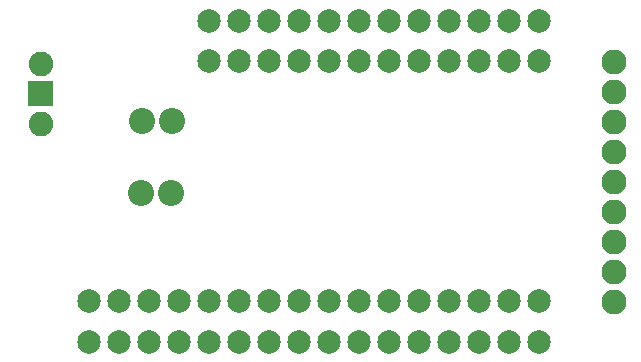
<source format=gbs>
G04 Layer: BottomSolderMaskLayer*
G04 EasyEDA v6.4.29, 2022-01-17 15:18:18*
G04 f717e2ddec04441081c87138b9a9d0f6,57a4a698a74a44ef878f5d1479004e60,10*
G04 Gerber Generator version 0.2*
G04 Scale: 100 percent, Rotated: No, Reflected: No *
G04 Dimensions in inches *
G04 leading zeros omitted , absolute positions ,3 integer and 6 decimal *
%FSLAX36Y36*%
%MOIN*%

%ADD19C,0.0785*%
%ADD20C,0.0867*%
%ADD22C,0.0820*%
%ADD23C,0.0830*%

%LPD*%
D19*
G01*
X670000Y900000D03*
G01*
X770000Y900000D03*
G01*
X870000Y900000D03*
G01*
X970000Y900000D03*
G01*
X1070000Y900000D03*
G01*
X1170000Y900000D03*
G01*
X1270000Y900000D03*
G01*
X1370000Y900000D03*
G01*
X1470000Y900000D03*
G01*
X1570000Y900000D03*
G01*
X1670000Y900000D03*
G01*
X1770000Y900000D03*
G01*
X1770000Y100000D03*
G01*
X1670000Y100000D03*
G01*
X1570000Y100000D03*
G01*
X1470000Y100000D03*
G01*
X1370000Y100000D03*
G01*
X1270000Y100000D03*
G01*
X1170000Y100000D03*
G01*
X1070000Y100000D03*
G01*
X970000Y100000D03*
G01*
X870000Y100000D03*
G01*
X770000Y100000D03*
G01*
X670000Y100000D03*
G01*
X570000Y100000D03*
G01*
X470000Y100000D03*
G01*
X370000Y100000D03*
G01*
X270000Y100000D03*
D20*
G01*
X545000Y460000D03*
G01*
X445000Y460000D03*
G36*
X69000Y750300D02*
G01*
X69000Y832300D01*
X150999Y832300D01*
X150999Y750300D01*
G37*
D22*
G01*
X110000Y891350D03*
G01*
X110000Y691350D03*
D19*
G01*
X670000Y1035000D03*
G01*
X770000Y1035000D03*
G01*
X870000Y1035000D03*
G01*
X970000Y1035000D03*
G01*
X1070000Y1035000D03*
G01*
X1170000Y1035000D03*
G01*
X1270000Y1035000D03*
G01*
X1370000Y1035000D03*
G01*
X1470000Y1035000D03*
G01*
X1570000Y1035000D03*
G01*
X1670000Y1035000D03*
G01*
X1770000Y1035000D03*
G01*
X270000Y-35000D03*
G01*
X370000Y-35000D03*
G01*
X470000Y-35000D03*
G01*
X570000Y-35000D03*
G01*
X670000Y-35000D03*
G01*
X770000Y-35000D03*
G01*
X870000Y-35000D03*
G01*
X970000Y-35000D03*
G01*
X1070000Y-35000D03*
G01*
X1170000Y-35000D03*
G01*
X1270000Y-35000D03*
G01*
X1370000Y-35000D03*
G01*
X1470000Y-35000D03*
G01*
X1570000Y-35000D03*
G01*
X1670000Y-35000D03*
G01*
X1770000Y-35000D03*
D20*
G01*
X547500Y699184D03*
G01*
X447500Y699184D03*
D23*
G01*
X2019993Y97696D03*
G01*
X2019993Y197696D03*
G01*
X2019993Y297696D03*
G01*
X2019993Y397696D03*
G01*
X2019993Y497696D03*
G01*
X2019993Y597696D03*
G01*
X2019993Y697696D03*
G01*
X2019993Y797696D03*
G01*
X2019993Y897696D03*
M02*

</source>
